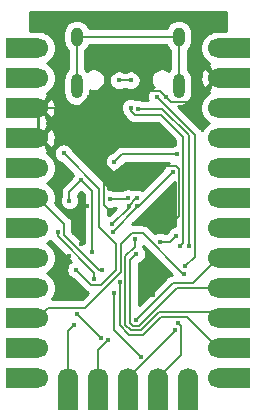
<source format=gbr>
%TF.GenerationSoftware,KiCad,Pcbnew,(5.1.8)-1*%
%TF.CreationDate,2021-01-01T16:30:17+07:00*%
%TF.ProjectId,ArduinoMicroC,41726475-696e-46f4-9d69-63726f432e6b,rev?*%
%TF.SameCoordinates,Original*%
%TF.FileFunction,Copper,L4,Bot*%
%TF.FilePolarity,Positive*%
%FSLAX46Y46*%
G04 Gerber Fmt 4.6, Leading zero omitted, Abs format (unit mm)*
G04 Created by KiCad (PCBNEW (5.1.8)-1) date 2021-01-01 16:30:17*
%MOMM*%
%LPD*%
G01*
G04 APERTURE LIST*
%TA.AperFunction,ComponentPad*%
%ADD10R,1.700000X2.700000*%
%TD*%
%TA.AperFunction,ComponentPad*%
%ADD11C,1.700000*%
%TD*%
%TA.AperFunction,ComponentPad*%
%ADD12R,2.700000X1.700000*%
%TD*%
%TA.AperFunction,ComponentPad*%
%ADD13O,1.000000X2.100000*%
%TD*%
%TA.AperFunction,ComponentPad*%
%ADD14O,1.000000X1.600000*%
%TD*%
%TA.AperFunction,ViaPad*%
%ADD15C,0.400000*%
%TD*%
%TA.AperFunction,Conductor*%
%ADD16C,0.250000*%
%TD*%
%TA.AperFunction,Conductor*%
%ADD17C,0.200000*%
%TD*%
%TA.AperFunction,Conductor*%
%ADD18C,0.254000*%
%TD*%
%TA.AperFunction,Conductor*%
%ADD19C,0.100000*%
%TD*%
G04 APERTURE END LIST*
D10*
%TO.P,J3,5*%
%TO.N,17*%
X146357340Y-105996740D03*
%TO.P,J3,4*%
%TO.N,A5*%
X143817340Y-105996740D03*
%TO.P,J3,3*%
%TO.N,A4*%
X141277340Y-105996740D03*
%TO.P,J3,2*%
%TO.N,13*%
X138737340Y-105996740D03*
%TO.P,J3,1*%
%TO.N,12*%
X136197340Y-105996740D03*
D11*
%TO.P,J3,5*%
%TO.N,17*%
X146357340Y-104646740D03*
%TO.P,J3,4*%
%TO.N,A5*%
X143817340Y-104646740D03*
%TO.P,J3,3*%
%TO.N,A4*%
X141277340Y-104646740D03*
%TO.P,J3,2*%
%TO.N,13*%
X138737340Y-104646740D03*
%TO.P,J3,1*%
%TO.N,12*%
X136197340Y-104646740D03*
%TD*%
D12*
%TO.P,J4,1*%
%TO.N,10*%
X150257500Y-104648000D03*
%TO.P,J4,2*%
%TO.N,16*%
X150257500Y-102108000D03*
%TO.P,J4,4*%
%TO.N,15*%
X150257500Y-97028000D03*
%TO.P,J4,5*%
%TO.N,A0*%
X150257500Y-94488000D03*
%TO.P,J4,6*%
%TO.N,A1*%
X150257500Y-91948000D03*
%TO.P,J4,7*%
%TO.N,A2*%
X150257500Y-89408000D03*
%TO.P,J4,8*%
%TO.N,A3*%
X150257500Y-86868000D03*
%TO.P,J4,3*%
%TO.N,14*%
X150257500Y-99568000D03*
%TO.P,J4,9*%
%TO.N,VCC*%
X150257500Y-84328000D03*
%TO.P,J4,10*%
%TO.N,RESET*%
X150257500Y-81788000D03*
%TO.P,J4,11*%
%TO.N,GND*%
X150257500Y-79248000D03*
%TO.P,J4,12*%
%TO.N,RAW*%
X150257500Y-76708000D03*
D11*
X148907500Y-76708000D03*
%TO.P,J4,11*%
%TO.N,GND*%
X148907500Y-79248000D03*
%TO.P,J4,10*%
%TO.N,RESET*%
X148907500Y-81788000D03*
%TO.P,J4,9*%
%TO.N,VCC*%
X148907500Y-84328000D03*
%TO.P,J4,8*%
%TO.N,A3*%
X148907500Y-86868000D03*
%TO.P,J4,7*%
%TO.N,A2*%
X148907500Y-89408000D03*
%TO.P,J4,6*%
%TO.N,A1*%
X148907500Y-91948000D03*
%TO.P,J4,5*%
%TO.N,A0*%
X148907500Y-94488000D03*
%TO.P,J4,4*%
%TO.N,15*%
X148907500Y-97028000D03*
%TO.P,J4,3*%
%TO.N,14*%
X148907500Y-99568000D03*
%TO.P,J4,2*%
%TO.N,16*%
X148907500Y-102108000D03*
%TO.P,J4,1*%
%TO.N,10*%
X148907500Y-104648000D03*
%TD*%
D12*
%TO.P,J2,1*%
%TO.N,TX*%
X132317500Y-76708000D03*
%TO.P,J2,2*%
%TO.N,RX*%
X132317500Y-79248000D03*
%TO.P,J2,4*%
%TO.N,GND*%
X132317500Y-84328000D03*
%TO.P,J2,5*%
%TO.N,SDA*%
X132317500Y-86868000D03*
%TO.P,J2,6*%
%TO.N,SCL*%
X132317500Y-89408000D03*
%TO.P,J2,7*%
%TO.N,4*%
X132317500Y-91948000D03*
%TO.P,J2,8*%
%TO.N,5*%
X132317500Y-94488000D03*
%TO.P,J2,3*%
%TO.N,GND*%
X132317500Y-81788000D03*
%TO.P,J2,9*%
%TO.N,6*%
X132317500Y-97028000D03*
%TO.P,J2,10*%
%TO.N,7*%
X132317500Y-99568000D03*
%TO.P,J2,11*%
%TO.N,8*%
X132317500Y-102108000D03*
%TO.P,J2,12*%
%TO.N,9*%
X132317500Y-104648000D03*
D11*
X133667500Y-104648000D03*
%TO.P,J2,11*%
%TO.N,8*%
X133667500Y-102108000D03*
%TO.P,J2,10*%
%TO.N,7*%
X133667500Y-99568000D03*
%TO.P,J2,9*%
%TO.N,6*%
X133667500Y-97028000D03*
%TO.P,J2,8*%
%TO.N,5*%
X133667500Y-94488000D03*
%TO.P,J2,7*%
%TO.N,4*%
X133667500Y-91948000D03*
%TO.P,J2,6*%
%TO.N,SCL*%
X133667500Y-89408000D03*
%TO.P,J2,5*%
%TO.N,SDA*%
X133667500Y-86868000D03*
%TO.P,J2,4*%
%TO.N,GND*%
X133667500Y-84328000D03*
%TO.P,J2,3*%
X133667500Y-81788000D03*
%TO.P,J2,2*%
%TO.N,RX*%
X133667500Y-79248000D03*
%TO.P,J2,1*%
%TO.N,TX*%
X133667500Y-76708000D03*
%TD*%
D13*
%TO.P,J1,S1*%
%TO.N,Net-(J1-PadS1)*%
X136952260Y-79909120D03*
X145592260Y-79909120D03*
D14*
X145592260Y-75729120D03*
X136952260Y-75729120D03*
%TD*%
D15*
%TO.N,GND*%
X138022260Y-80824120D03*
X144522260Y-80824120D03*
X140126720Y-87315040D03*
X139727940Y-90462100D03*
X137281860Y-93284040D03*
X143376878Y-97569489D03*
X143494760Y-95498920D03*
X136290756Y-94305744D03*
X137777220Y-90083640D03*
X137129386Y-97587284D03*
X145074640Y-91406400D03*
%TO.N,RAW*%
X145440400Y-85705140D03*
X140134760Y-86336980D03*
%TO.N,VCC*%
X141330680Y-90078560D03*
X142059660Y-89435940D03*
X139924067Y-91610620D03*
%TO.N,Net-(C4-Pad2)*%
X137342880Y-87856060D03*
X136329420Y-89617081D03*
X138259632Y-93997593D03*
%TO.N,Net-(C7-Pad2)*%
X144010720Y-93106240D03*
X145389660Y-92580460D03*
%TO.N,VBUS*%
X143722260Y-80824120D03*
X146111395Y-95195262D03*
%TO.N,Net-(D2-Pad2)*%
X139743179Y-89484200D03*
X141295876Y-89406256D03*
%TO.N,17*%
X142368048Y-102848924D03*
X140070867Y-97425451D03*
%TO.N,Net-(J1-PadA7)*%
X142112061Y-81852926D03*
X146428460Y-93492360D03*
%TO.N,Net-(J1-PadA6)*%
X141522260Y-79435580D03*
X140522260Y-79435960D03*
X141522259Y-81742771D03*
X145666460Y-93492360D03*
%TO.N,RX*%
X135329419Y-92275660D03*
X138430003Y-96275115D03*
%TO.N,TX*%
X135829419Y-85603080D03*
X136893300Y-95470871D03*
%TO.N,RESET*%
X139992014Y-92249781D03*
X142062200Y-90078520D03*
X145072100Y-87203280D03*
%TO.N,A0*%
X141972348Y-99714021D03*
%TO.N,15*%
X141983460Y-94127320D03*
%TO.N,14*%
X141849324Y-92867346D03*
%TO.N,16*%
X140572337Y-96517460D03*
%TO.N,A5*%
X145513954Y-99979665D03*
%TO.N,A4*%
X145245796Y-100599896D03*
%TO.N,SCL*%
X139098020Y-95534480D03*
%TO.N,5*%
X139023439Y-101264871D03*
X136973492Y-99193768D03*
%TO.N,7*%
X146035828Y-95790486D03*
%TO.N,13*%
X139616273Y-101379144D03*
%TO.N,12*%
X136721787Y-100152580D03*
%TD*%
D16*
%TO.N,GND*%
X148907500Y-79248000D02*
X149866390Y-79248000D01*
X133667500Y-84328000D02*
X132683210Y-84328000D01*
X133667500Y-81788000D02*
X133667500Y-84328000D01*
X133667500Y-81788000D02*
X132683210Y-81788000D01*
D17*
X148907500Y-79248000D02*
X148399500Y-78740000D01*
X148907500Y-79248000D02*
X149891390Y-79248000D01*
X137058380Y-81788000D02*
X133667500Y-81788000D01*
X138022260Y-80824120D02*
X137058380Y-81788000D01*
X138022260Y-85210580D02*
X138022260Y-80824120D01*
X140126720Y-87315040D02*
X138022260Y-85210580D01*
X139243179Y-88198581D02*
X139243179Y-89977339D01*
X139243179Y-89977339D02*
X139727940Y-90462100D01*
X140126720Y-87315040D02*
X139243179Y-88198581D01*
X144957270Y-81259130D02*
X144522260Y-80824120D01*
X146896370Y-81259130D02*
X144957270Y-81259130D01*
X148907500Y-79248000D02*
X146896370Y-81259130D01*
X144022259Y-80324119D02*
X144522260Y-80824120D01*
X138522261Y-80324119D02*
X144022259Y-80324119D01*
X138022260Y-80824120D02*
X138522261Y-80324119D01*
X143376878Y-95616802D02*
X143494760Y-95498920D01*
X143376878Y-97569489D02*
X143376878Y-95616802D01*
X137281860Y-90579000D02*
X137777220Y-90083640D01*
X137281860Y-93284040D02*
X137281860Y-90579000D01*
X136632246Y-97587284D02*
X137129386Y-97587284D01*
X136058364Y-97013402D02*
X136632246Y-97587284D01*
X136058364Y-94538136D02*
X136058364Y-97013402D01*
X136290756Y-94305744D02*
X136058364Y-94538136D01*
X140738481Y-86703279D02*
X140126720Y-87315040D01*
X145312101Y-86703279D02*
X140738481Y-86703279D01*
X145572101Y-86963279D02*
X145312101Y-86703279D01*
X145572101Y-90908939D02*
X145572101Y-86963279D01*
X145074640Y-91406400D02*
X145572101Y-90908939D01*
%TO.N,RAW*%
X148907500Y-76708000D02*
X149891390Y-76708000D01*
X140766600Y-85705140D02*
X140134760Y-86336980D01*
X145440400Y-85705140D02*
X140766600Y-85705140D01*
D16*
%TO.N,VCC*%
X148907500Y-84328000D02*
X149866390Y-84328000D01*
D17*
X148437600Y-84328000D02*
X148907500Y-84328000D01*
X148907500Y-84328000D02*
X149891390Y-84328000D01*
X141973300Y-89435940D02*
X141330680Y-90078560D01*
X142059660Y-89435940D02*
X141973300Y-89435940D01*
X141330680Y-90204007D02*
X141330680Y-90078560D01*
X139924067Y-91610620D02*
X141330680Y-90204007D01*
%TO.N,Net-(C4-Pad2)*%
X136329420Y-88869520D02*
X137342880Y-87856060D01*
X136329420Y-89617081D02*
X136329420Y-88869520D01*
X138277221Y-88790401D02*
X137342880Y-87856060D01*
X138277221Y-93980004D02*
X138277221Y-88790401D01*
X138259632Y-93997593D02*
X138277221Y-93980004D01*
%TO.N,Net-(C7-Pad2)*%
X144863880Y-93106240D02*
X145389660Y-92580460D01*
X144010720Y-93106240D02*
X144863880Y-93106240D01*
%TO.N,VBUS*%
X146928461Y-94378196D02*
X146111395Y-95195262D01*
X146928461Y-84030321D02*
X146928461Y-94378196D01*
X143722260Y-80824120D02*
X146928461Y-84030321D01*
%TO.N,Net-(D2-Pad2)*%
X141217932Y-89484200D02*
X141295876Y-89406256D01*
X139743179Y-89484200D02*
X141217932Y-89484200D01*
%TO.N,17*%
X140072337Y-100553213D02*
X142368048Y-102848924D01*
X140070867Y-100551743D02*
X140072337Y-100553213D01*
X140070867Y-97425451D02*
X140070867Y-100551743D01*
%TO.N,Net-(J1-PadA7)*%
X142112061Y-81852926D02*
X144185368Y-81852926D01*
X146428460Y-84096018D02*
X146428460Y-93492360D01*
X144185368Y-81852926D02*
X146428460Y-84096018D01*
%TO.N,Net-(J1-PadA6)*%
X140522640Y-79435580D02*
X140522260Y-79435960D01*
X141522260Y-79435580D02*
X140522640Y-79435580D01*
X141849573Y-82352927D02*
X144119671Y-82352927D01*
X141522259Y-82025613D02*
X141849573Y-82352927D01*
X141522259Y-81742771D02*
X141522259Y-82025613D01*
X145972111Y-93186709D02*
X145666460Y-93492360D01*
X145972111Y-84205367D02*
X145972111Y-93186709D01*
X144119671Y-82352927D02*
X145972111Y-84205367D01*
%TO.N,Net-(J1-PadS1)*%
X145592260Y-75729120D02*
X145592260Y-79909120D01*
X145592260Y-75729120D02*
X136952260Y-75729120D01*
X136952260Y-75729120D02*
X136952260Y-79909120D01*
D16*
%TO.N,RX*%
X133667500Y-79248000D02*
X132683210Y-79248000D01*
D17*
X135329419Y-92637299D02*
X135329419Y-92275660D01*
X138430003Y-95737883D02*
X135329419Y-92637299D01*
X138430003Y-96275115D02*
X138430003Y-95737883D01*
D16*
%TO.N,TX*%
X133667500Y-76708000D02*
X132683210Y-76708000D01*
D17*
X138843169Y-88616347D02*
X135829902Y-85603080D01*
X135829902Y-85603080D02*
X135829419Y-85603080D01*
X138197545Y-96775116D02*
X136893300Y-95470871D01*
X139024601Y-96775116D02*
X138197545Y-96775116D01*
X140272317Y-95527400D02*
X139024601Y-96775116D01*
X138843169Y-91840938D02*
X138843169Y-88616347D01*
X140272317Y-93270086D02*
X138843169Y-91840938D01*
X140272317Y-95527400D02*
X140272317Y-93270086D01*
%TO.N,RESET*%
X142062200Y-90179595D02*
X142062200Y-90078520D01*
X139992014Y-92249781D02*
X142062200Y-90179595D01*
X142196860Y-90078520D02*
X142062200Y-90078520D01*
X145072100Y-87203280D02*
X142196860Y-90078520D01*
D16*
%TO.N,A0*%
X148907500Y-94488000D02*
X149866390Y-94488000D01*
D17*
X141972348Y-99714021D02*
X145058379Y-96627990D01*
X146767510Y-96627990D02*
X148907500Y-94488000D01*
X145058379Y-96627990D02*
X146767510Y-96627990D01*
D16*
%TO.N,15*%
X148907500Y-97028000D02*
X149866390Y-97028000D01*
D17*
X141472347Y-94638433D02*
X141983460Y-94127320D01*
X141472347Y-99954022D02*
X141472347Y-94638433D01*
X141732347Y-100214022D02*
X141472347Y-99954022D01*
X142212349Y-100214022D02*
X141732347Y-100214022D01*
X145398371Y-97028000D02*
X142212349Y-100214022D01*
X148907500Y-97028000D02*
X145398371Y-97028000D01*
D16*
%TO.N,14*%
X148907500Y-99568000D02*
X149866390Y-99568000D01*
D17*
X141849324Y-93521454D02*
X141849324Y-92867346D01*
X141072337Y-94298441D02*
X141849324Y-93521454D01*
X141072337Y-100119711D02*
X141072337Y-94298441D01*
X141566658Y-100614032D02*
X141072337Y-100119711D01*
X142378038Y-100614032D02*
X141566658Y-100614032D01*
X143912415Y-99079654D02*
X142378038Y-100614032D01*
X148419154Y-99079654D02*
X143912415Y-99079654D01*
X148907500Y-99568000D02*
X148419154Y-99079654D01*
%TO.N,16*%
X141400969Y-101014042D02*
X140572337Y-100185410D01*
X142543726Y-101014042D02*
X141400969Y-101014042D01*
X144078104Y-99479664D02*
X142543726Y-101014042D01*
X146279164Y-99479664D02*
X144078104Y-99479664D01*
X148907500Y-102108000D02*
X146279164Y-99479664D01*
X140572337Y-100185410D02*
X140572337Y-96517460D01*
%TO.N,A5*%
X145745797Y-100211508D02*
X145513954Y-99979665D01*
X145745797Y-102718283D02*
X145745797Y-100211508D01*
X143817340Y-104646740D02*
X145745797Y-102718283D01*
%TO.N,A4*%
X145245796Y-100678284D02*
X145245796Y-100599896D01*
X141277340Y-104646740D02*
X145245796Y-100678284D01*
D16*
%TO.N,SDA*%
X133667500Y-86868000D02*
X132683210Y-86868000D01*
D17*
%TO.N,SCL*%
X135829420Y-91569920D02*
X133667500Y-89408000D01*
X135829420Y-92571602D02*
X135829420Y-91569920D01*
X138792298Y-95534480D02*
X139098020Y-95534480D01*
X135829420Y-92571602D02*
X138792298Y-95534480D01*
%TO.N,5*%
X139023439Y-101243715D02*
X139023439Y-101264871D01*
X136973492Y-99193768D02*
X139023439Y-101243715D01*
D16*
%TO.N,7*%
X133667500Y-99568000D02*
X132683210Y-99568000D01*
D17*
X133667500Y-99568000D02*
X133667500Y-100048201D01*
X134541733Y-98693767D02*
X133667500Y-99568000D01*
X142531823Y-92367345D02*
X141609323Y-92367345D01*
X137671648Y-98693767D02*
X134541733Y-98693767D01*
X145954964Y-95790486D02*
X142531823Y-92367345D01*
X146035828Y-95790486D02*
X145954964Y-95790486D01*
X141609323Y-92367345D02*
X140672327Y-93304341D01*
X140672327Y-95693088D02*
X137671648Y-98693767D01*
X140672327Y-93304341D02*
X140672327Y-95693088D01*
%TO.N,13*%
X138737340Y-104646740D02*
X138737340Y-102258077D01*
X138737340Y-102258077D02*
X139616273Y-101379144D01*
%TO.N,12*%
X136197340Y-100677027D02*
X136721787Y-100152580D01*
X136197340Y-104646740D02*
X136197340Y-100677027D01*
D16*
%TO.N,10*%
X148907500Y-104648000D02*
X149866390Y-104648000D01*
D17*
X148361663Y-104102163D02*
X148907500Y-104648000D01*
%TD*%
D18*
%TO.N,GND*%
X145018402Y-95893371D02*
X144914294Y-95903625D01*
X144775746Y-95945653D01*
X144648059Y-96013903D01*
X144536141Y-96105752D01*
X144513125Y-96133797D01*
X142207347Y-98439576D01*
X142207347Y-94942879D01*
X142218251Y-94931975D01*
X142227020Y-94930231D01*
X142378981Y-94867287D01*
X142515741Y-94775907D01*
X142632047Y-94659601D01*
X142723427Y-94522841D01*
X142786371Y-94370880D01*
X142818460Y-94209560D01*
X142818460Y-94045080D01*
X142786371Y-93883760D01*
X142723427Y-93731799D01*
X142632047Y-93595039D01*
X142585242Y-93548234D01*
X142587880Y-93521454D01*
X142584324Y-93485349D01*
X142584324Y-93459292D01*
X145018402Y-95893371D01*
%TA.AperFunction,Conductor*%
D19*
G36*
X145018402Y-95893371D02*
G01*
X144914294Y-95903625D01*
X144775746Y-95945653D01*
X144648059Y-96013903D01*
X144536141Y-96105752D01*
X144513125Y-96133797D01*
X142207347Y-98439576D01*
X142207347Y-94942879D01*
X142218251Y-94931975D01*
X142227020Y-94930231D01*
X142378981Y-94867287D01*
X142515741Y-94775907D01*
X142632047Y-94659601D01*
X142723427Y-94522841D01*
X142786371Y-94370880D01*
X142818460Y-94209560D01*
X142818460Y-94045080D01*
X142786371Y-93883760D01*
X142723427Y-93731799D01*
X142632047Y-93595039D01*
X142585242Y-93548234D01*
X142587880Y-93521454D01*
X142584324Y-93485349D01*
X142584324Y-93459292D01*
X145018402Y-95893371D01*
G37*
%TD.AperFunction*%
D18*
X134715332Y-93047618D02*
X134807181Y-93159536D01*
X134835227Y-93182553D01*
X136429320Y-94776647D01*
X136361019Y-94822284D01*
X136244713Y-94938590D01*
X136153333Y-95075350D01*
X136090389Y-95227311D01*
X136058300Y-95388631D01*
X136058300Y-95553111D01*
X136090389Y-95714431D01*
X136153333Y-95866392D01*
X136244713Y-96003152D01*
X136361019Y-96119458D01*
X136497779Y-96210838D01*
X136649740Y-96273782D01*
X136658509Y-96275526D01*
X137652291Y-97269309D01*
X137675307Y-97297354D01*
X137787225Y-97389203D01*
X137884677Y-97441292D01*
X137367202Y-97958767D01*
X134831576Y-97958767D01*
X134983490Y-97731411D01*
X135095432Y-97461158D01*
X135152500Y-97174260D01*
X135152500Y-96881740D01*
X135095432Y-96594842D01*
X134983490Y-96324589D01*
X134820975Y-96081368D01*
X134614132Y-95874525D01*
X134439740Y-95758000D01*
X134614132Y-95641475D01*
X134820975Y-95434632D01*
X134983490Y-95191411D01*
X135095432Y-94921158D01*
X135152500Y-94634260D01*
X135152500Y-94341740D01*
X135095432Y-94054842D01*
X134983490Y-93784589D01*
X134820975Y-93541368D01*
X134614132Y-93334525D01*
X134439740Y-93218000D01*
X134614132Y-93101475D01*
X134698841Y-93016766D01*
X134715332Y-93047618D01*
%TA.AperFunction,Conductor*%
D19*
G36*
X134715332Y-93047618D02*
G01*
X134807181Y-93159536D01*
X134835227Y-93182553D01*
X136429320Y-94776647D01*
X136361019Y-94822284D01*
X136244713Y-94938590D01*
X136153333Y-95075350D01*
X136090389Y-95227311D01*
X136058300Y-95388631D01*
X136058300Y-95553111D01*
X136090389Y-95714431D01*
X136153333Y-95866392D01*
X136244713Y-96003152D01*
X136361019Y-96119458D01*
X136497779Y-96210838D01*
X136649740Y-96273782D01*
X136658509Y-96275526D01*
X137652291Y-97269309D01*
X137675307Y-97297354D01*
X137787225Y-97389203D01*
X137884677Y-97441292D01*
X137367202Y-97958767D01*
X134831576Y-97958767D01*
X134983490Y-97731411D01*
X135095432Y-97461158D01*
X135152500Y-97174260D01*
X135152500Y-96881740D01*
X135095432Y-96594842D01*
X134983490Y-96324589D01*
X134820975Y-96081368D01*
X134614132Y-95874525D01*
X134439740Y-95758000D01*
X134614132Y-95641475D01*
X134820975Y-95434632D01*
X134983490Y-95191411D01*
X135095432Y-94921158D01*
X135152500Y-94634260D01*
X135152500Y-94341740D01*
X135095432Y-94054842D01*
X134983490Y-93784589D01*
X134820975Y-93541368D01*
X134614132Y-93334525D01*
X134439740Y-93218000D01*
X134614132Y-93101475D01*
X134698841Y-93016766D01*
X134715332Y-93047618D01*
G37*
%TD.AperFunction*%
D18*
X149556400Y-75219928D02*
X148907500Y-75219928D01*
X148876308Y-75223000D01*
X148761240Y-75223000D01*
X148474342Y-75280068D01*
X148204089Y-75392010D01*
X147960868Y-75554525D01*
X147754025Y-75761368D01*
X147591510Y-76004589D01*
X147479568Y-76274842D01*
X147422500Y-76561740D01*
X147422500Y-76854260D01*
X147479568Y-77141158D01*
X147591510Y-77411411D01*
X147754025Y-77654632D01*
X147960868Y-77861475D01*
X148134229Y-77977311D01*
X148058708Y-78219603D01*
X148269605Y-78430500D01*
X148271571Y-78791676D01*
X147879103Y-78399208D01*
X147630028Y-78476843D01*
X147504129Y-78740883D01*
X147432161Y-79024411D01*
X147416889Y-79316531D01*
X147458901Y-79606019D01*
X147556581Y-79881747D01*
X147630028Y-80019157D01*
X147879103Y-80096792D01*
X148271571Y-79704324D01*
X148269605Y-80065500D01*
X148058708Y-80276397D01*
X148134229Y-80518689D01*
X147960868Y-80634525D01*
X147754025Y-80841368D01*
X147591510Y-81084589D01*
X147479568Y-81354842D01*
X147422500Y-81641740D01*
X147422500Y-81934260D01*
X147479568Y-82221158D01*
X147591510Y-82491411D01*
X147754025Y-82734632D01*
X147960868Y-82941475D01*
X148135260Y-83058000D01*
X147960868Y-83174525D01*
X147754025Y-83381368D01*
X147591510Y-83624589D01*
X147571204Y-83673612D01*
X147542548Y-83620001D01*
X147490715Y-83556843D01*
X147473714Y-83536127D01*
X147473711Y-83536124D01*
X147450698Y-83508083D01*
X147422658Y-83485071D01*
X145531182Y-81593595D01*
X145592260Y-81599611D01*
X145814758Y-81577697D01*
X146028706Y-81512796D01*
X146225883Y-81407404D01*
X146398709Y-81265569D01*
X146540544Y-81092743D01*
X146645936Y-80895567D01*
X146710837Y-80681619D01*
X146727260Y-80514872D01*
X146727260Y-79303368D01*
X146710837Y-79136621D01*
X146645936Y-78922673D01*
X146540544Y-78725497D01*
X146398709Y-78552671D01*
X146327260Y-78494034D01*
X146327260Y-76894206D01*
X146398709Y-76835569D01*
X146540544Y-76662743D01*
X146645936Y-76465567D01*
X146710837Y-76251619D01*
X146727260Y-76084872D01*
X146727260Y-75373369D01*
X146710837Y-75206622D01*
X146645936Y-74992674D01*
X146540544Y-74795497D01*
X146398709Y-74622671D01*
X146225883Y-74480836D01*
X146028707Y-74375444D01*
X145814759Y-74310543D01*
X145592260Y-74288629D01*
X145369762Y-74310543D01*
X145155814Y-74375444D01*
X144958638Y-74480836D01*
X144785812Y-74622671D01*
X144643977Y-74795497D01*
X144538584Y-74992673D01*
X144538145Y-74994120D01*
X138006375Y-74994120D01*
X138005936Y-74992674D01*
X137900544Y-74795497D01*
X137758709Y-74622671D01*
X137585883Y-74480836D01*
X137388707Y-74375444D01*
X137174759Y-74310543D01*
X136952260Y-74288629D01*
X136729762Y-74310543D01*
X136515814Y-74375444D01*
X136318638Y-74480836D01*
X136145812Y-74622671D01*
X136003977Y-74795497D01*
X135898584Y-74992673D01*
X135833683Y-75206621D01*
X135817260Y-75373368D01*
X135817260Y-76084871D01*
X135833683Y-76251618D01*
X135898584Y-76465566D01*
X136003976Y-76662743D01*
X136145811Y-76835569D01*
X136217260Y-76894206D01*
X136217261Y-78494034D01*
X136145812Y-78552671D01*
X136003977Y-78725497D01*
X135898584Y-78922673D01*
X135833683Y-79136621D01*
X135817260Y-79303368D01*
X135817260Y-80514871D01*
X135833683Y-80681618D01*
X135898584Y-80895566D01*
X136003976Y-81092743D01*
X136145811Y-81265569D01*
X136318637Y-81407404D01*
X136515813Y-81512796D01*
X136729761Y-81577697D01*
X136952260Y-81599611D01*
X137174758Y-81577697D01*
X137388706Y-81512796D01*
X137585883Y-81407404D01*
X137758709Y-81265569D01*
X137900544Y-81092743D01*
X138005936Y-80895567D01*
X138070837Y-80681619D01*
X138087260Y-80514872D01*
X138087260Y-80296024D01*
X138102238Y-80302228D01*
X138287708Y-80339120D01*
X138476812Y-80339120D01*
X138662282Y-80302228D01*
X138836991Y-80229861D01*
X138994224Y-80124801D01*
X139127941Y-79991084D01*
X139233001Y-79833851D01*
X139305368Y-79659142D01*
X139342260Y-79473672D01*
X139342260Y-79353720D01*
X139687260Y-79353720D01*
X139687260Y-79518200D01*
X139719349Y-79679520D01*
X139782293Y-79831481D01*
X139873673Y-79968241D01*
X139989979Y-80084547D01*
X140126739Y-80175927D01*
X140278700Y-80238871D01*
X140440020Y-80270960D01*
X140604500Y-80270960D01*
X140765820Y-80238871D01*
X140917781Y-80175927D01*
X140925783Y-80170580D01*
X141119305Y-80170580D01*
X141126739Y-80175547D01*
X141278700Y-80238491D01*
X141440020Y-80270580D01*
X141604500Y-80270580D01*
X141765820Y-80238491D01*
X141917781Y-80175547D01*
X142054541Y-80084167D01*
X142170847Y-79967861D01*
X142262227Y-79831101D01*
X142325171Y-79679140D01*
X142357260Y-79517820D01*
X142357260Y-79353340D01*
X142325171Y-79192020D01*
X142262227Y-79040059D01*
X142170847Y-78903299D01*
X142054541Y-78786993D01*
X141917781Y-78695613D01*
X141765820Y-78632669D01*
X141604500Y-78600580D01*
X141440020Y-78600580D01*
X141278700Y-78632669D01*
X141126739Y-78695613D01*
X141119305Y-78700580D01*
X140924646Y-78700580D01*
X140917781Y-78695993D01*
X140765820Y-78633049D01*
X140604500Y-78600960D01*
X140440020Y-78600960D01*
X140278700Y-78633049D01*
X140126739Y-78695993D01*
X139989979Y-78787373D01*
X139873673Y-78903679D01*
X139782293Y-79040439D01*
X139719349Y-79192400D01*
X139687260Y-79353720D01*
X139342260Y-79353720D01*
X139342260Y-79284568D01*
X139305368Y-79099098D01*
X139233001Y-78924389D01*
X139127941Y-78767156D01*
X138994224Y-78633439D01*
X138836991Y-78528379D01*
X138662282Y-78456012D01*
X138476812Y-78419120D01*
X138287708Y-78419120D01*
X138102238Y-78456012D01*
X137927529Y-78528379D01*
X137805622Y-78609835D01*
X137758709Y-78552671D01*
X137687260Y-78494034D01*
X137687260Y-76894206D01*
X137758709Y-76835569D01*
X137900544Y-76662743D01*
X138005936Y-76465567D01*
X138006375Y-76464120D01*
X144538145Y-76464120D01*
X144538584Y-76465566D01*
X144643976Y-76662743D01*
X144785811Y-76835569D01*
X144857260Y-76894206D01*
X144857261Y-78494034D01*
X144785812Y-78552671D01*
X144738898Y-78609835D01*
X144616991Y-78528379D01*
X144442282Y-78456012D01*
X144256812Y-78419120D01*
X144067708Y-78419120D01*
X143882238Y-78456012D01*
X143707529Y-78528379D01*
X143550296Y-78633439D01*
X143416579Y-78767156D01*
X143311519Y-78924389D01*
X143239152Y-79099098D01*
X143202260Y-79284568D01*
X143202260Y-79473672D01*
X143239152Y-79659142D01*
X143311519Y-79833851D01*
X143416579Y-79991084D01*
X143456075Y-80030580D01*
X143326739Y-80084153D01*
X143189979Y-80175533D01*
X143073673Y-80291839D01*
X142982293Y-80428599D01*
X142919349Y-80580560D01*
X142887260Y-80741880D01*
X142887260Y-80906360D01*
X142919349Y-81067680D01*
X142940161Y-81117926D01*
X142515016Y-81117926D01*
X142507582Y-81112959D01*
X142355621Y-81050015D01*
X142194301Y-81017926D01*
X142029821Y-81017926D01*
X141960923Y-81031631D01*
X141917780Y-81002804D01*
X141765819Y-80939860D01*
X141604499Y-80907771D01*
X141440019Y-80907771D01*
X141278699Y-80939860D01*
X141126738Y-81002804D01*
X140989978Y-81094184D01*
X140873672Y-81210490D01*
X140782292Y-81347250D01*
X140719348Y-81499211D01*
X140687259Y-81660531D01*
X140687259Y-81825011D01*
X140719348Y-81986331D01*
X140782292Y-82138292D01*
X140796963Y-82160249D01*
X140797894Y-82169698D01*
X140839922Y-82308246D01*
X140908172Y-82435933D01*
X141000022Y-82547851D01*
X141028067Y-82570867D01*
X141304314Y-82847114D01*
X141327335Y-82875165D01*
X141439253Y-82967014D01*
X141566940Y-83035264D01*
X141666523Y-83065472D01*
X141705488Y-83077292D01*
X141849573Y-83091483D01*
X141885678Y-83087927D01*
X143815225Y-83087927D01*
X145237111Y-84509814D01*
X145237111Y-84894218D01*
X145196840Y-84902229D01*
X145044879Y-84965173D01*
X145037445Y-84970140D01*
X140802705Y-84970140D01*
X140766600Y-84966584D01*
X140622515Y-84980775D01*
X140483966Y-85022803D01*
X140361992Y-85088000D01*
X140356280Y-85091053D01*
X140244362Y-85182902D01*
X140221346Y-85210947D01*
X139899969Y-85532325D01*
X139891200Y-85534069D01*
X139739239Y-85597013D01*
X139602479Y-85688393D01*
X139486173Y-85804699D01*
X139394793Y-85941459D01*
X139331849Y-86093420D01*
X139299760Y-86254740D01*
X139299760Y-86419220D01*
X139331849Y-86580540D01*
X139394793Y-86732501D01*
X139486173Y-86869261D01*
X139602479Y-86985567D01*
X139739239Y-87076947D01*
X139891200Y-87139891D01*
X140052520Y-87171980D01*
X140217000Y-87171980D01*
X140378320Y-87139891D01*
X140530281Y-87076947D01*
X140667041Y-86985567D01*
X140783347Y-86869261D01*
X140874727Y-86732501D01*
X140937671Y-86580540D01*
X140939415Y-86571771D01*
X141071047Y-86440140D01*
X144732524Y-86440140D01*
X144676579Y-86463313D01*
X144539819Y-86554693D01*
X144423513Y-86670999D01*
X144332133Y-86807759D01*
X144269189Y-86959720D01*
X144267445Y-86968488D01*
X142506003Y-88729931D01*
X142455181Y-88695973D01*
X142303220Y-88633029D01*
X142141900Y-88600940D01*
X141977420Y-88600940D01*
X141816100Y-88633029D01*
X141708390Y-88677644D01*
X141691397Y-88666289D01*
X141539436Y-88603345D01*
X141378116Y-88571256D01*
X141213636Y-88571256D01*
X141052316Y-88603345D01*
X140900355Y-88666289D01*
X140776270Y-88749200D01*
X140146134Y-88749200D01*
X140138700Y-88744233D01*
X139986739Y-88681289D01*
X139825419Y-88649200D01*
X139660939Y-88649200D01*
X139578169Y-88665664D01*
X139578169Y-88652451D01*
X139581725Y-88616346D01*
X139567534Y-88472261D01*
X139530523Y-88350254D01*
X139525506Y-88333714D01*
X139457256Y-88206027D01*
X139365407Y-88094109D01*
X139337362Y-88071093D01*
X136633954Y-85367686D01*
X136632330Y-85359520D01*
X136569386Y-85207559D01*
X136478006Y-85070799D01*
X136361700Y-84954493D01*
X136224940Y-84863113D01*
X136072979Y-84800169D01*
X135911659Y-84768080D01*
X135747179Y-84768080D01*
X135585859Y-84800169D01*
X135433898Y-84863113D01*
X135297138Y-84954493D01*
X135180832Y-85070799D01*
X135089452Y-85207559D01*
X135026508Y-85359520D01*
X134994419Y-85520840D01*
X134994419Y-85685320D01*
X135026508Y-85846640D01*
X135089452Y-85998601D01*
X135180832Y-86135361D01*
X135297138Y-86251667D01*
X135433898Y-86343047D01*
X135585859Y-86405991D01*
X135595231Y-86407855D01*
X136620938Y-87433563D01*
X136602913Y-87460539D01*
X136539969Y-87612500D01*
X136538225Y-87621268D01*
X135835228Y-88324266D01*
X135807183Y-88347282D01*
X135715334Y-88459200D01*
X135655439Y-88571256D01*
X135647084Y-88586887D01*
X135605055Y-88725435D01*
X135590864Y-88869520D01*
X135594420Y-88905625D01*
X135594420Y-89214126D01*
X135589453Y-89221560D01*
X135526509Y-89373521D01*
X135494420Y-89534841D01*
X135494420Y-89699321D01*
X135526509Y-89860641D01*
X135589453Y-90012602D01*
X135680833Y-90149362D01*
X135797139Y-90265668D01*
X135933899Y-90357048D01*
X136085860Y-90419992D01*
X136247180Y-90452081D01*
X136411660Y-90452081D01*
X136572980Y-90419992D01*
X136724941Y-90357048D01*
X136861701Y-90265668D01*
X136978007Y-90149362D01*
X137069387Y-90012602D01*
X137132331Y-89860641D01*
X137164420Y-89699321D01*
X137164420Y-89534841D01*
X137132331Y-89373521D01*
X137069387Y-89221560D01*
X137064420Y-89214126D01*
X137064420Y-89173966D01*
X137342880Y-88895507D01*
X137542222Y-89094849D01*
X137542221Y-93244957D01*
X136564420Y-92267156D01*
X136564420Y-91606025D01*
X136567976Y-91569920D01*
X136553785Y-91425835D01*
X136511757Y-91287286D01*
X136443507Y-91159600D01*
X136442688Y-91158602D01*
X136351658Y-91047682D01*
X136323613Y-91024666D01*
X135102844Y-89803897D01*
X135152500Y-89554260D01*
X135152500Y-89261740D01*
X135095432Y-88974842D01*
X134983490Y-88704589D01*
X134820975Y-88461368D01*
X134614132Y-88254525D01*
X134439740Y-88138000D01*
X134614132Y-88021475D01*
X134820975Y-87814632D01*
X134983490Y-87571411D01*
X135095432Y-87301158D01*
X135152500Y-87014260D01*
X135152500Y-86721740D01*
X135095432Y-86434842D01*
X134983490Y-86164589D01*
X134820975Y-85921368D01*
X134614132Y-85714525D01*
X134440771Y-85598689D01*
X134516292Y-85356397D01*
X134305395Y-85145500D01*
X134303429Y-84784324D01*
X134695897Y-85176792D01*
X134944972Y-85099157D01*
X135070871Y-84835117D01*
X135142839Y-84551589D01*
X135158111Y-84259469D01*
X135116099Y-83969981D01*
X135018419Y-83694253D01*
X134944972Y-83556843D01*
X134695897Y-83479208D01*
X134303429Y-83871676D01*
X134305395Y-83510500D01*
X134516292Y-83299603D01*
X134440986Y-83058000D01*
X134516292Y-82816397D01*
X134305395Y-82605500D01*
X134303429Y-82244324D01*
X134695897Y-82636792D01*
X134944972Y-82559157D01*
X135070871Y-82295117D01*
X135142839Y-82011589D01*
X135158111Y-81719469D01*
X135116099Y-81429981D01*
X135018419Y-81154253D01*
X134944972Y-81016843D01*
X134695897Y-80939208D01*
X134303429Y-81331676D01*
X134305395Y-80970500D01*
X134516292Y-80759603D01*
X134440771Y-80517311D01*
X134614132Y-80401475D01*
X134820975Y-80194632D01*
X134983490Y-79951411D01*
X135095432Y-79681158D01*
X135152500Y-79394260D01*
X135152500Y-79101740D01*
X135095432Y-78814842D01*
X134983490Y-78544589D01*
X134820975Y-78301368D01*
X134614132Y-78094525D01*
X134439740Y-77978000D01*
X134614132Y-77861475D01*
X134820975Y-77654632D01*
X134983490Y-77411411D01*
X135095432Y-77141158D01*
X135152500Y-76854260D01*
X135152500Y-76561740D01*
X135095432Y-76274842D01*
X134983490Y-76004589D01*
X134820975Y-75761368D01*
X134614132Y-75554525D01*
X134370911Y-75392010D01*
X134100658Y-75280068D01*
X133813760Y-75223000D01*
X133698692Y-75223000D01*
X133667500Y-75219928D01*
X132993200Y-75219928D01*
X132993200Y-73608000D01*
X149556400Y-73608000D01*
X149556400Y-75219928D01*
%TA.AperFunction,Conductor*%
D19*
G36*
X149556400Y-75219928D02*
G01*
X148907500Y-75219928D01*
X148876308Y-75223000D01*
X148761240Y-75223000D01*
X148474342Y-75280068D01*
X148204089Y-75392010D01*
X147960868Y-75554525D01*
X147754025Y-75761368D01*
X147591510Y-76004589D01*
X147479568Y-76274842D01*
X147422500Y-76561740D01*
X147422500Y-76854260D01*
X147479568Y-77141158D01*
X147591510Y-77411411D01*
X147754025Y-77654632D01*
X147960868Y-77861475D01*
X148134229Y-77977311D01*
X148058708Y-78219603D01*
X148269605Y-78430500D01*
X148271571Y-78791676D01*
X147879103Y-78399208D01*
X147630028Y-78476843D01*
X147504129Y-78740883D01*
X147432161Y-79024411D01*
X147416889Y-79316531D01*
X147458901Y-79606019D01*
X147556581Y-79881747D01*
X147630028Y-80019157D01*
X147879103Y-80096792D01*
X148271571Y-79704324D01*
X148269605Y-80065500D01*
X148058708Y-80276397D01*
X148134229Y-80518689D01*
X147960868Y-80634525D01*
X147754025Y-80841368D01*
X147591510Y-81084589D01*
X147479568Y-81354842D01*
X147422500Y-81641740D01*
X147422500Y-81934260D01*
X147479568Y-82221158D01*
X147591510Y-82491411D01*
X147754025Y-82734632D01*
X147960868Y-82941475D01*
X148135260Y-83058000D01*
X147960868Y-83174525D01*
X147754025Y-83381368D01*
X147591510Y-83624589D01*
X147571204Y-83673612D01*
X147542548Y-83620001D01*
X147490715Y-83556843D01*
X147473714Y-83536127D01*
X147473711Y-83536124D01*
X147450698Y-83508083D01*
X147422658Y-83485071D01*
X145531182Y-81593595D01*
X145592260Y-81599611D01*
X145814758Y-81577697D01*
X146028706Y-81512796D01*
X146225883Y-81407404D01*
X146398709Y-81265569D01*
X146540544Y-81092743D01*
X146645936Y-80895567D01*
X146710837Y-80681619D01*
X146727260Y-80514872D01*
X146727260Y-79303368D01*
X146710837Y-79136621D01*
X146645936Y-78922673D01*
X146540544Y-78725497D01*
X146398709Y-78552671D01*
X146327260Y-78494034D01*
X146327260Y-76894206D01*
X146398709Y-76835569D01*
X146540544Y-76662743D01*
X146645936Y-76465567D01*
X146710837Y-76251619D01*
X146727260Y-76084872D01*
X146727260Y-75373369D01*
X146710837Y-75206622D01*
X146645936Y-74992674D01*
X146540544Y-74795497D01*
X146398709Y-74622671D01*
X146225883Y-74480836D01*
X146028707Y-74375444D01*
X145814759Y-74310543D01*
X145592260Y-74288629D01*
X145369762Y-74310543D01*
X145155814Y-74375444D01*
X144958638Y-74480836D01*
X144785812Y-74622671D01*
X144643977Y-74795497D01*
X144538584Y-74992673D01*
X144538145Y-74994120D01*
X138006375Y-74994120D01*
X138005936Y-74992674D01*
X137900544Y-74795497D01*
X137758709Y-74622671D01*
X137585883Y-74480836D01*
X137388707Y-74375444D01*
X137174759Y-74310543D01*
X136952260Y-74288629D01*
X136729762Y-74310543D01*
X136515814Y-74375444D01*
X136318638Y-74480836D01*
X136145812Y-74622671D01*
X136003977Y-74795497D01*
X135898584Y-74992673D01*
X135833683Y-75206621D01*
X135817260Y-75373368D01*
X135817260Y-76084871D01*
X135833683Y-76251618D01*
X135898584Y-76465566D01*
X136003976Y-76662743D01*
X136145811Y-76835569D01*
X136217260Y-76894206D01*
X136217261Y-78494034D01*
X136145812Y-78552671D01*
X136003977Y-78725497D01*
X135898584Y-78922673D01*
X135833683Y-79136621D01*
X135817260Y-79303368D01*
X135817260Y-80514871D01*
X135833683Y-80681618D01*
X135898584Y-80895566D01*
X136003976Y-81092743D01*
X136145811Y-81265569D01*
X136318637Y-81407404D01*
X136515813Y-81512796D01*
X136729761Y-81577697D01*
X136952260Y-81599611D01*
X137174758Y-81577697D01*
X137388706Y-81512796D01*
X137585883Y-81407404D01*
X137758709Y-81265569D01*
X137900544Y-81092743D01*
X138005936Y-80895567D01*
X138070837Y-80681619D01*
X138087260Y-80514872D01*
X138087260Y-80296024D01*
X138102238Y-80302228D01*
X138287708Y-80339120D01*
X138476812Y-80339120D01*
X138662282Y-80302228D01*
X138836991Y-80229861D01*
X138994224Y-80124801D01*
X139127941Y-79991084D01*
X139233001Y-79833851D01*
X139305368Y-79659142D01*
X139342260Y-79473672D01*
X139342260Y-79353720D01*
X139687260Y-79353720D01*
X139687260Y-79518200D01*
X139719349Y-79679520D01*
X139782293Y-79831481D01*
X139873673Y-79968241D01*
X139989979Y-80084547D01*
X140126739Y-80175927D01*
X140278700Y-80238871D01*
X140440020Y-80270960D01*
X140604500Y-80270960D01*
X140765820Y-80238871D01*
X140917781Y-80175927D01*
X140925783Y-80170580D01*
X141119305Y-80170580D01*
X141126739Y-80175547D01*
X141278700Y-80238491D01*
X141440020Y-80270580D01*
X141604500Y-80270580D01*
X141765820Y-80238491D01*
X141917781Y-80175547D01*
X142054541Y-80084167D01*
X142170847Y-79967861D01*
X142262227Y-79831101D01*
X142325171Y-79679140D01*
X142357260Y-79517820D01*
X142357260Y-79353340D01*
X142325171Y-79192020D01*
X142262227Y-79040059D01*
X142170847Y-78903299D01*
X142054541Y-78786993D01*
X141917781Y-78695613D01*
X141765820Y-78632669D01*
X141604500Y-78600580D01*
X141440020Y-78600580D01*
X141278700Y-78632669D01*
X141126739Y-78695613D01*
X141119305Y-78700580D01*
X140924646Y-78700580D01*
X140917781Y-78695993D01*
X140765820Y-78633049D01*
X140604500Y-78600960D01*
X140440020Y-78600960D01*
X140278700Y-78633049D01*
X140126739Y-78695993D01*
X139989979Y-78787373D01*
X139873673Y-78903679D01*
X139782293Y-79040439D01*
X139719349Y-79192400D01*
X139687260Y-79353720D01*
X139342260Y-79353720D01*
X139342260Y-79284568D01*
X139305368Y-79099098D01*
X139233001Y-78924389D01*
X139127941Y-78767156D01*
X138994224Y-78633439D01*
X138836991Y-78528379D01*
X138662282Y-78456012D01*
X138476812Y-78419120D01*
X138287708Y-78419120D01*
X138102238Y-78456012D01*
X137927529Y-78528379D01*
X137805622Y-78609835D01*
X137758709Y-78552671D01*
X137687260Y-78494034D01*
X137687260Y-76894206D01*
X137758709Y-76835569D01*
X137900544Y-76662743D01*
X138005936Y-76465567D01*
X138006375Y-76464120D01*
X144538145Y-76464120D01*
X144538584Y-76465566D01*
X144643976Y-76662743D01*
X144785811Y-76835569D01*
X144857260Y-76894206D01*
X144857261Y-78494034D01*
X144785812Y-78552671D01*
X144738898Y-78609835D01*
X144616991Y-78528379D01*
X144442282Y-78456012D01*
X144256812Y-78419120D01*
X144067708Y-78419120D01*
X143882238Y-78456012D01*
X143707529Y-78528379D01*
X143550296Y-78633439D01*
X143416579Y-78767156D01*
X143311519Y-78924389D01*
X143239152Y-79099098D01*
X143202260Y-79284568D01*
X143202260Y-79473672D01*
X143239152Y-79659142D01*
X143311519Y-79833851D01*
X143416579Y-79991084D01*
X143456075Y-80030580D01*
X143326739Y-80084153D01*
X143189979Y-80175533D01*
X143073673Y-80291839D01*
X142982293Y-80428599D01*
X142919349Y-80580560D01*
X142887260Y-80741880D01*
X142887260Y-80906360D01*
X142919349Y-81067680D01*
X142940161Y-81117926D01*
X142515016Y-81117926D01*
X142507582Y-81112959D01*
X142355621Y-81050015D01*
X142194301Y-81017926D01*
X142029821Y-81017926D01*
X141960923Y-81031631D01*
X141917780Y-81002804D01*
X141765819Y-80939860D01*
X141604499Y-80907771D01*
X141440019Y-80907771D01*
X141278699Y-80939860D01*
X141126738Y-81002804D01*
X140989978Y-81094184D01*
X140873672Y-81210490D01*
X140782292Y-81347250D01*
X140719348Y-81499211D01*
X140687259Y-81660531D01*
X140687259Y-81825011D01*
X140719348Y-81986331D01*
X140782292Y-82138292D01*
X140796963Y-82160249D01*
X140797894Y-82169698D01*
X140839922Y-82308246D01*
X140908172Y-82435933D01*
X141000022Y-82547851D01*
X141028067Y-82570867D01*
X141304314Y-82847114D01*
X141327335Y-82875165D01*
X141439253Y-82967014D01*
X141566940Y-83035264D01*
X141666523Y-83065472D01*
X141705488Y-83077292D01*
X141849573Y-83091483D01*
X141885678Y-83087927D01*
X143815225Y-83087927D01*
X145237111Y-84509814D01*
X145237111Y-84894218D01*
X145196840Y-84902229D01*
X145044879Y-84965173D01*
X145037445Y-84970140D01*
X140802705Y-84970140D01*
X140766600Y-84966584D01*
X140622515Y-84980775D01*
X140483966Y-85022803D01*
X140361992Y-85088000D01*
X140356280Y-85091053D01*
X140244362Y-85182902D01*
X140221346Y-85210947D01*
X139899969Y-85532325D01*
X139891200Y-85534069D01*
X139739239Y-85597013D01*
X139602479Y-85688393D01*
X139486173Y-85804699D01*
X139394793Y-85941459D01*
X139331849Y-86093420D01*
X139299760Y-86254740D01*
X139299760Y-86419220D01*
X139331849Y-86580540D01*
X139394793Y-86732501D01*
X139486173Y-86869261D01*
X139602479Y-86985567D01*
X139739239Y-87076947D01*
X139891200Y-87139891D01*
X140052520Y-87171980D01*
X140217000Y-87171980D01*
X140378320Y-87139891D01*
X140530281Y-87076947D01*
X140667041Y-86985567D01*
X140783347Y-86869261D01*
X140874727Y-86732501D01*
X140937671Y-86580540D01*
X140939415Y-86571771D01*
X141071047Y-86440140D01*
X144732524Y-86440140D01*
X144676579Y-86463313D01*
X144539819Y-86554693D01*
X144423513Y-86670999D01*
X144332133Y-86807759D01*
X144269189Y-86959720D01*
X144267445Y-86968488D01*
X142506003Y-88729931D01*
X142455181Y-88695973D01*
X142303220Y-88633029D01*
X142141900Y-88600940D01*
X141977420Y-88600940D01*
X141816100Y-88633029D01*
X141708390Y-88677644D01*
X141691397Y-88666289D01*
X141539436Y-88603345D01*
X141378116Y-88571256D01*
X141213636Y-88571256D01*
X141052316Y-88603345D01*
X140900355Y-88666289D01*
X140776270Y-88749200D01*
X140146134Y-88749200D01*
X140138700Y-88744233D01*
X139986739Y-88681289D01*
X139825419Y-88649200D01*
X139660939Y-88649200D01*
X139578169Y-88665664D01*
X139578169Y-88652451D01*
X139581725Y-88616346D01*
X139567534Y-88472261D01*
X139530523Y-88350254D01*
X139525506Y-88333714D01*
X139457256Y-88206027D01*
X139365407Y-88094109D01*
X139337362Y-88071093D01*
X136633954Y-85367686D01*
X136632330Y-85359520D01*
X136569386Y-85207559D01*
X136478006Y-85070799D01*
X136361700Y-84954493D01*
X136224940Y-84863113D01*
X136072979Y-84800169D01*
X135911659Y-84768080D01*
X135747179Y-84768080D01*
X135585859Y-84800169D01*
X135433898Y-84863113D01*
X135297138Y-84954493D01*
X135180832Y-85070799D01*
X135089452Y-85207559D01*
X135026508Y-85359520D01*
X134994419Y-85520840D01*
X134994419Y-85685320D01*
X135026508Y-85846640D01*
X135089452Y-85998601D01*
X135180832Y-86135361D01*
X135297138Y-86251667D01*
X135433898Y-86343047D01*
X135585859Y-86405991D01*
X135595231Y-86407855D01*
X136620938Y-87433563D01*
X136602913Y-87460539D01*
X136539969Y-87612500D01*
X136538225Y-87621268D01*
X135835228Y-88324266D01*
X135807183Y-88347282D01*
X135715334Y-88459200D01*
X135655439Y-88571256D01*
X135647084Y-88586887D01*
X135605055Y-88725435D01*
X135590864Y-88869520D01*
X135594420Y-88905625D01*
X135594420Y-89214126D01*
X135589453Y-89221560D01*
X135526509Y-89373521D01*
X135494420Y-89534841D01*
X135494420Y-89699321D01*
X135526509Y-89860641D01*
X135589453Y-90012602D01*
X135680833Y-90149362D01*
X135797139Y-90265668D01*
X135933899Y-90357048D01*
X136085860Y-90419992D01*
X136247180Y-90452081D01*
X136411660Y-90452081D01*
X136572980Y-90419992D01*
X136724941Y-90357048D01*
X136861701Y-90265668D01*
X136978007Y-90149362D01*
X137069387Y-90012602D01*
X137132331Y-89860641D01*
X137164420Y-89699321D01*
X137164420Y-89534841D01*
X137132331Y-89373521D01*
X137069387Y-89221560D01*
X137064420Y-89214126D01*
X137064420Y-89173966D01*
X137342880Y-88895507D01*
X137542222Y-89094849D01*
X137542221Y-93244957D01*
X136564420Y-92267156D01*
X136564420Y-91606025D01*
X136567976Y-91569920D01*
X136553785Y-91425835D01*
X136511757Y-91287286D01*
X136443507Y-91159600D01*
X136442688Y-91158602D01*
X136351658Y-91047682D01*
X136323613Y-91024666D01*
X135102844Y-89803897D01*
X135152500Y-89554260D01*
X135152500Y-89261740D01*
X135095432Y-88974842D01*
X134983490Y-88704589D01*
X134820975Y-88461368D01*
X134614132Y-88254525D01*
X134439740Y-88138000D01*
X134614132Y-88021475D01*
X134820975Y-87814632D01*
X134983490Y-87571411D01*
X135095432Y-87301158D01*
X135152500Y-87014260D01*
X135152500Y-86721740D01*
X135095432Y-86434842D01*
X134983490Y-86164589D01*
X134820975Y-85921368D01*
X134614132Y-85714525D01*
X134440771Y-85598689D01*
X134516292Y-85356397D01*
X134305395Y-85145500D01*
X134303429Y-84784324D01*
X134695897Y-85176792D01*
X134944972Y-85099157D01*
X135070871Y-84835117D01*
X135142839Y-84551589D01*
X135158111Y-84259469D01*
X135116099Y-83969981D01*
X135018419Y-83694253D01*
X134944972Y-83556843D01*
X134695897Y-83479208D01*
X134303429Y-83871676D01*
X134305395Y-83510500D01*
X134516292Y-83299603D01*
X134440986Y-83058000D01*
X134516292Y-82816397D01*
X134305395Y-82605500D01*
X134303429Y-82244324D01*
X134695897Y-82636792D01*
X134944972Y-82559157D01*
X135070871Y-82295117D01*
X135142839Y-82011589D01*
X135158111Y-81719469D01*
X135116099Y-81429981D01*
X135018419Y-81154253D01*
X134944972Y-81016843D01*
X134695897Y-80939208D01*
X134303429Y-81331676D01*
X134305395Y-80970500D01*
X134516292Y-80759603D01*
X134440771Y-80517311D01*
X134614132Y-80401475D01*
X134820975Y-80194632D01*
X134983490Y-79951411D01*
X135095432Y-79681158D01*
X135152500Y-79394260D01*
X135152500Y-79101740D01*
X135095432Y-78814842D01*
X134983490Y-78544589D01*
X134820975Y-78301368D01*
X134614132Y-78094525D01*
X134439740Y-77978000D01*
X134614132Y-77861475D01*
X134820975Y-77654632D01*
X134983490Y-77411411D01*
X135095432Y-77141158D01*
X135152500Y-76854260D01*
X135152500Y-76561740D01*
X135095432Y-76274842D01*
X134983490Y-76004589D01*
X134820975Y-75761368D01*
X134614132Y-75554525D01*
X134370911Y-75392010D01*
X134100658Y-75280068D01*
X133813760Y-75223000D01*
X133698692Y-75223000D01*
X133667500Y-75219928D01*
X132993200Y-75219928D01*
X132993200Y-73608000D01*
X149556400Y-73608000D01*
X149556400Y-75219928D01*
G37*
%TD.AperFunction*%
D18*
X145237112Y-91759445D02*
X145146100Y-91777549D01*
X144994139Y-91840493D01*
X144857379Y-91931873D01*
X144741073Y-92048179D01*
X144649693Y-92184939D01*
X144586749Y-92336900D01*
X144585005Y-92345669D01*
X144559434Y-92371240D01*
X144413675Y-92371240D01*
X144406241Y-92366273D01*
X144254280Y-92303329D01*
X144092960Y-92271240D01*
X143928480Y-92271240D01*
X143767160Y-92303329D01*
X143615199Y-92366273D01*
X143588222Y-92384298D01*
X143077082Y-91873158D01*
X143054061Y-91845107D01*
X142942143Y-91753258D01*
X142814456Y-91685008D01*
X142675908Y-91642980D01*
X142567928Y-91632345D01*
X142531823Y-91628789D01*
X142495718Y-91632345D01*
X141648897Y-91632345D01*
X142472892Y-90808350D01*
X142594481Y-90727107D01*
X142710787Y-90610801D01*
X142715554Y-90603666D01*
X142719098Y-90600758D01*
X142742119Y-90572707D01*
X145237111Y-88077715D01*
X145237112Y-91759445D01*
%TA.AperFunction,Conductor*%
D19*
G36*
X145237112Y-91759445D02*
G01*
X145146100Y-91777549D01*
X144994139Y-91840493D01*
X144857379Y-91931873D01*
X144741073Y-92048179D01*
X144649693Y-92184939D01*
X144586749Y-92336900D01*
X144585005Y-92345669D01*
X144559434Y-92371240D01*
X144413675Y-92371240D01*
X144406241Y-92366273D01*
X144254280Y-92303329D01*
X144092960Y-92271240D01*
X143928480Y-92271240D01*
X143767160Y-92303329D01*
X143615199Y-92366273D01*
X143588222Y-92384298D01*
X143077082Y-91873158D01*
X143054061Y-91845107D01*
X142942143Y-91753258D01*
X142814456Y-91685008D01*
X142675908Y-91642980D01*
X142567928Y-91632345D01*
X142531823Y-91628789D01*
X142495718Y-91632345D01*
X141648897Y-91632345D01*
X142472892Y-90808350D01*
X142594481Y-90727107D01*
X142710787Y-90610801D01*
X142715554Y-90603666D01*
X142719098Y-90600758D01*
X142742119Y-90572707D01*
X145237111Y-88077715D01*
X145237112Y-91759445D01*
G37*
%TD.AperFunction*%
D18*
X139689276Y-90805965D02*
X139680507Y-90807709D01*
X139578169Y-90850099D01*
X139578169Y-90302736D01*
X139660939Y-90319200D01*
X139825419Y-90319200D01*
X139986739Y-90287111D01*
X140138700Y-90224167D01*
X140146134Y-90219200D01*
X140276040Y-90219200D01*
X139689276Y-90805965D01*
%TA.AperFunction,Conductor*%
D19*
G36*
X139689276Y-90805965D02*
G01*
X139680507Y-90807709D01*
X139578169Y-90850099D01*
X139578169Y-90302736D01*
X139660939Y-90319200D01*
X139825419Y-90319200D01*
X139986739Y-90287111D01*
X140138700Y-90224167D01*
X140146134Y-90219200D01*
X140276040Y-90219200D01*
X139689276Y-90805965D01*
G37*
%TD.AperFunction*%
%TD*%
M02*

</source>
